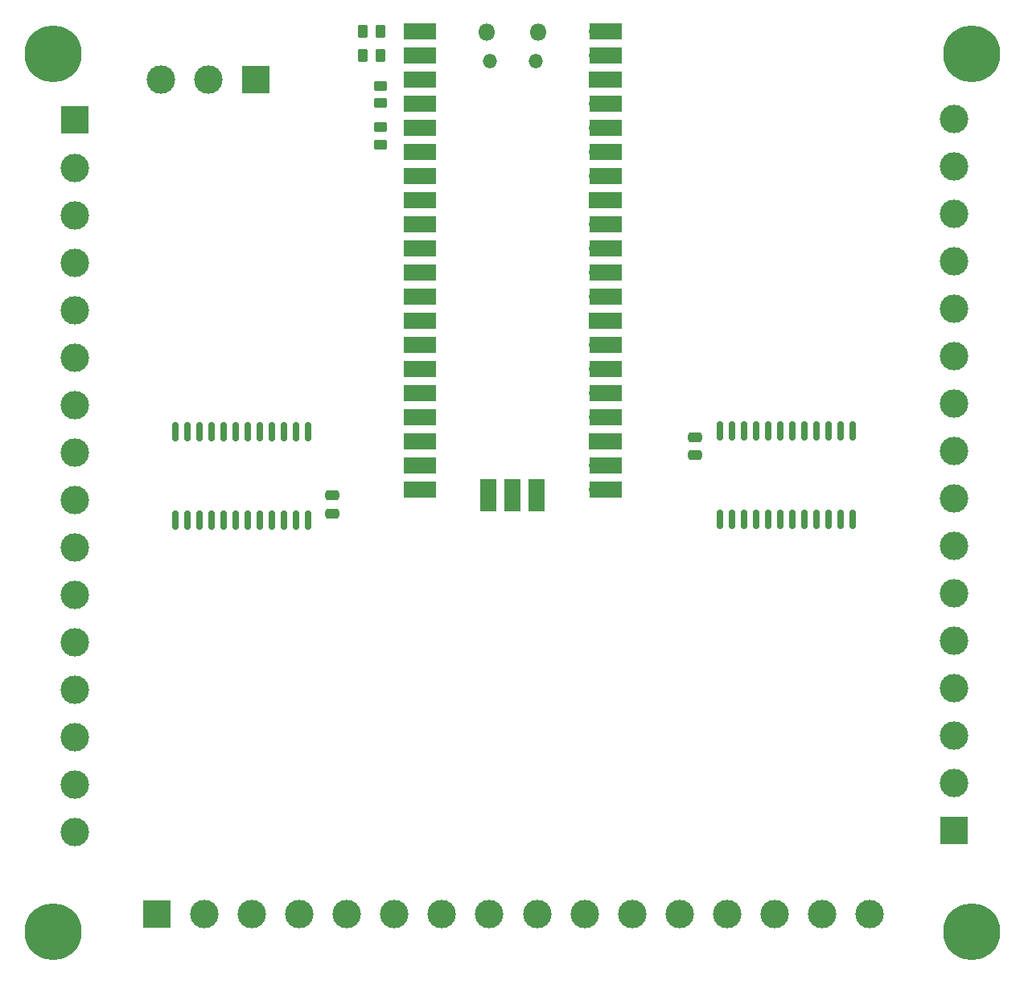
<source format=gbr>
%TF.GenerationSoftware,KiCad,Pcbnew,8.0.1*%
%TF.CreationDate,2024-07-17T22:40:59+10:00*%
%TF.ProjectId,stick,73746963-6b2e-46b6-9963-61645f706362,rev?*%
%TF.SameCoordinates,Original*%
%TF.FileFunction,Soldermask,Top*%
%TF.FilePolarity,Negative*%
%FSLAX46Y46*%
G04 Gerber Fmt 4.6, Leading zero omitted, Abs format (unit mm)*
G04 Created by KiCad (PCBNEW 8.0.1) date 2024-07-17 22:40:59*
%MOMM*%
%LPD*%
G01*
G04 APERTURE LIST*
G04 Aperture macros list*
%AMRoundRect*
0 Rectangle with rounded corners*
0 $1 Rounding radius*
0 $2 $3 $4 $5 $6 $7 $8 $9 X,Y pos of 4 corners*
0 Add a 4 corners polygon primitive as box body*
4,1,4,$2,$3,$4,$5,$6,$7,$8,$9,$2,$3,0*
0 Add four circle primitives for the rounded corners*
1,1,$1+$1,$2,$3*
1,1,$1+$1,$4,$5*
1,1,$1+$1,$6,$7*
1,1,$1+$1,$8,$9*
0 Add four rect primitives between the rounded corners*
20,1,$1+$1,$2,$3,$4,$5,0*
20,1,$1+$1,$4,$5,$6,$7,0*
20,1,$1+$1,$6,$7,$8,$9,0*
20,1,$1+$1,$8,$9,$2,$3,0*%
G04 Aperture macros list end*
%ADD10C,6.000000*%
%ADD11RoundRect,0.250000X-0.262500X-0.450000X0.262500X-0.450000X0.262500X0.450000X-0.262500X0.450000X0*%
%ADD12R,3.000000X3.000000*%
%ADD13C,3.000000*%
%ADD14RoundRect,0.150000X0.150000X-0.875000X0.150000X0.875000X-0.150000X0.875000X-0.150000X-0.875000X0*%
%ADD15RoundRect,0.150000X-0.150000X0.875000X-0.150000X-0.875000X0.150000X-0.875000X0.150000X0.875000X0*%
%ADD16RoundRect,0.250000X-0.450000X0.262500X-0.450000X-0.262500X0.450000X-0.262500X0.450000X0.262500X0*%
%ADD17RoundRect,0.250000X0.450000X-0.262500X0.450000X0.262500X-0.450000X0.262500X-0.450000X-0.262500X0*%
%ADD18RoundRect,0.250000X0.475000X-0.250000X0.475000X0.250000X-0.475000X0.250000X-0.475000X-0.250000X0*%
%ADD19O,1.800000X1.800000*%
%ADD20O,1.500000X1.500000*%
%ADD21O,1.700000X1.700000*%
%ADD22R,3.500000X1.700000*%
%ADD23R,1.700000X1.700000*%
%ADD24R,1.700000X3.500000*%
%ADD25RoundRect,0.250000X-0.475000X0.250000X-0.475000X-0.250000X0.475000X-0.250000X0.475000X0.250000X0*%
G04 APERTURE END LIST*
D10*
%TO.C,H3*%
X99377500Y-137060000D03*
%TD*%
D11*
%TO.C,R2*%
X132002500Y-44700000D03*
X133827500Y-44700000D03*
%TD*%
D12*
%TO.C,J2*%
X194195000Y-126392500D03*
D13*
X194195000Y-121392500D03*
X194195000Y-116392500D03*
X194195000Y-111392500D03*
X194195000Y-106392499D03*
X194195000Y-101392499D03*
X194195000Y-96392501D03*
X194195000Y-91392500D03*
X194195000Y-86392500D03*
X194195000Y-81392500D03*
X194195000Y-76392500D03*
X194195000Y-71392500D03*
X194195000Y-66392500D03*
X194195000Y-61392500D03*
X194195000Y-56392500D03*
X194195000Y-51392499D03*
%TD*%
D12*
%TO.C,J4*%
X120750000Y-47250000D03*
D13*
X115750000Y-47250000D03*
X110750000Y-47250000D03*
%TD*%
D14*
%TO.C,U3*%
X169560000Y-93610000D03*
X170830000Y-93610000D03*
X172100000Y-93610000D03*
X173370000Y-93610000D03*
X174640000Y-93610000D03*
X175910000Y-93610000D03*
X177180000Y-93610000D03*
X178450000Y-93610000D03*
X179720000Y-93610000D03*
X180990000Y-93610000D03*
X182260000Y-93610000D03*
X183530000Y-93610000D03*
X183530000Y-84310000D03*
X182260000Y-84310000D03*
X180990000Y-84310000D03*
X179720000Y-84310000D03*
X178450000Y-84310000D03*
X177180000Y-84310000D03*
X175910000Y-84310000D03*
X174640000Y-84310000D03*
X173370000Y-84310000D03*
X172100000Y-84310000D03*
X170830000Y-84310000D03*
X169560000Y-84310000D03*
%TD*%
D12*
%TO.C,J3*%
X110327500Y-135160000D03*
D13*
X115327500Y-135160000D03*
X120327500Y-135160000D03*
X125327500Y-135160000D03*
X130327500Y-135160000D03*
X135327500Y-135160000D03*
X140327500Y-135160000D03*
X145327500Y-135160000D03*
X150327500Y-135160000D03*
X155327500Y-135160000D03*
X160327500Y-135160000D03*
X165327500Y-135160000D03*
X170327500Y-135160000D03*
X175327500Y-135160000D03*
X180327500Y-135160000D03*
X185327500Y-135160000D03*
%TD*%
D15*
%TO.C,U2*%
X126212500Y-84335001D03*
X124942500Y-84335001D03*
X123672500Y-84335001D03*
X122402500Y-84335001D03*
X121132500Y-84335001D03*
X119862500Y-84335001D03*
X118592500Y-84335001D03*
X117322500Y-84335001D03*
X116052500Y-84335001D03*
X114782500Y-84335001D03*
X113512500Y-84335001D03*
X112242500Y-84335001D03*
X112242500Y-93635001D03*
X113512500Y-93635001D03*
X114782500Y-93635001D03*
X116052500Y-93635001D03*
X117322500Y-93635001D03*
X118592500Y-93635001D03*
X119862500Y-93635001D03*
X121132500Y-93635001D03*
X122402500Y-93635001D03*
X123672500Y-93635001D03*
X124942500Y-93635001D03*
X126212500Y-93635001D03*
%TD*%
D10*
%TO.C,H4*%
X196077500Y-137060000D03*
%TD*%
D12*
%TO.C,J1*%
X101659999Y-51552501D03*
D13*
X101659999Y-56552501D03*
X101659999Y-61552501D03*
X101659999Y-66552501D03*
X101659999Y-71552502D03*
X101659999Y-76552502D03*
X101659999Y-81552500D03*
X101659999Y-86552501D03*
X101659999Y-91552501D03*
X101659999Y-96552501D03*
X101659999Y-101552501D03*
X101659999Y-106552501D03*
X101659999Y-111552501D03*
X101659999Y-116552501D03*
X101659999Y-121552501D03*
X101659999Y-126552502D03*
%TD*%
D16*
%TO.C,R3*%
X133827500Y-47935000D03*
X133827500Y-49760000D03*
%TD*%
D11*
%TO.C,R1*%
X132002500Y-42160000D03*
X133827500Y-42160000D03*
%TD*%
D10*
%TO.C,H2*%
X196077500Y-44560000D03*
%TD*%
D17*
%TO.C,R4*%
X133827500Y-54135000D03*
X133827500Y-52310000D03*
%TD*%
D18*
%TO.C,C1*%
X128750000Y-92960000D03*
X128750000Y-91060000D03*
%TD*%
D10*
%TO.C,H1*%
X99427500Y-44560000D03*
%TD*%
D19*
%TO.C,U1*%
X145035000Y-42290000D03*
D20*
X145335000Y-45320000D03*
X150185000Y-45320000D03*
D19*
X150485000Y-42290000D03*
D21*
X138870000Y-42160000D03*
D22*
X137970000Y-42160000D03*
D21*
X138870000Y-44700000D03*
D22*
X137970000Y-44700000D03*
D23*
X138870000Y-47240000D03*
D22*
X137970000Y-47240000D03*
D21*
X138870000Y-49780000D03*
D22*
X137970000Y-49780000D03*
D21*
X138870000Y-52320000D03*
D22*
X137970000Y-52320000D03*
D21*
X138870000Y-54860000D03*
D22*
X137970000Y-54860000D03*
D21*
X138870000Y-57400000D03*
D22*
X137970000Y-57400000D03*
D23*
X138870000Y-59940000D03*
D22*
X137970000Y-59940000D03*
D21*
X138870000Y-62480000D03*
D22*
X137970000Y-62480000D03*
D21*
X138870000Y-65020000D03*
D22*
X137970000Y-65020000D03*
D21*
X138870000Y-67560000D03*
D22*
X137970000Y-67560000D03*
D21*
X138870000Y-70100000D03*
D22*
X137970000Y-70100000D03*
D23*
X138870000Y-72640000D03*
D22*
X137970000Y-72640000D03*
D21*
X138870000Y-75180000D03*
D22*
X137970000Y-75180000D03*
D21*
X138870000Y-77720000D03*
D22*
X137970000Y-77720000D03*
D21*
X138870000Y-80260000D03*
D22*
X137970000Y-80260000D03*
D21*
X138870000Y-82800000D03*
D22*
X137970000Y-82800000D03*
D23*
X138870000Y-85340000D03*
D22*
X137970000Y-85340000D03*
D21*
X138870000Y-87880000D03*
D22*
X137970000Y-87880000D03*
D21*
X138870000Y-90420000D03*
D22*
X137970000Y-90420000D03*
D21*
X156650000Y-90420000D03*
D22*
X157550000Y-90420000D03*
D21*
X156650000Y-87880000D03*
D22*
X157550000Y-87880000D03*
D23*
X156650000Y-85340000D03*
D22*
X157550000Y-85340000D03*
D21*
X156650000Y-82800000D03*
D22*
X157550000Y-82800000D03*
D21*
X156650000Y-80260000D03*
D22*
X157550000Y-80260000D03*
D21*
X156650000Y-77720000D03*
D22*
X157550000Y-77720000D03*
D21*
X156650000Y-75180000D03*
D22*
X157550000Y-75180000D03*
D23*
X156650000Y-72640000D03*
D22*
X157550000Y-72640000D03*
D21*
X156650000Y-70100000D03*
D22*
X157550000Y-70100000D03*
D21*
X156650000Y-67560000D03*
D22*
X157550000Y-67560000D03*
D21*
X156650000Y-65020000D03*
D22*
X157550000Y-65020000D03*
D21*
X156650000Y-62480000D03*
D22*
X157550000Y-62480000D03*
D23*
X156650000Y-59940000D03*
D22*
X157550000Y-59940000D03*
D21*
X156650000Y-57400000D03*
D22*
X157550000Y-57400000D03*
D21*
X156650000Y-54860000D03*
D22*
X157550000Y-54860000D03*
D21*
X156650000Y-52320000D03*
D22*
X157550000Y-52320000D03*
D21*
X156650000Y-49780000D03*
D22*
X157550000Y-49780000D03*
D23*
X156650000Y-47240000D03*
D22*
X157550000Y-47240000D03*
D21*
X156650000Y-44700000D03*
D22*
X157550000Y-44700000D03*
D21*
X156650000Y-42160000D03*
D22*
X157550000Y-42160000D03*
D21*
X145220000Y-90190000D03*
D24*
X145220000Y-91090000D03*
D23*
X147760000Y-90190000D03*
D24*
X147760000Y-91090000D03*
D21*
X150300000Y-90190000D03*
D24*
X150300000Y-91090000D03*
%TD*%
D25*
%TO.C,C2*%
X167000000Y-84960000D03*
X167000000Y-86860000D03*
%TD*%
M02*

</source>
